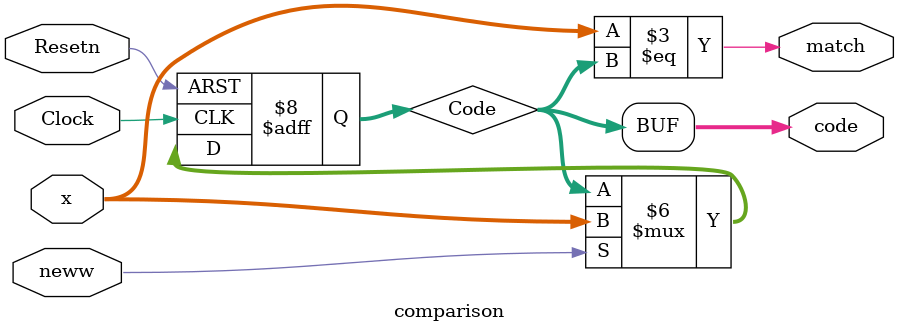
<source format=v>
module comparison(Clock, Resetn, neww, x, code, match);
  input [3:0] x;
  input neww, Clock, Resetn;
  output [3:0] code;
  reg [3:0] Code=4'b0110;
  output match;

  always@(posedge Clock, negedge Resetn)
  begin
    if(Resetn==0)
		Code=4'b0110;
    else
		if(neww) Code=x;
  end

  assign code=Code;
  assign match=(x==code);

endmodule
</source>
